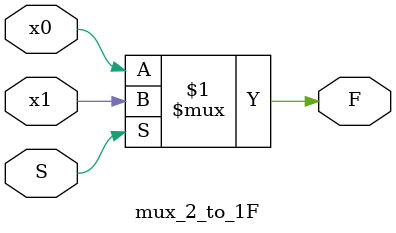
<source format=sv>

module mux_2_to_1F (input x0, x1, S, output F);
    // Se 0, entao x0, caso contrario x1
    assign F = S ? x1 : x0;
endmodule

</source>
